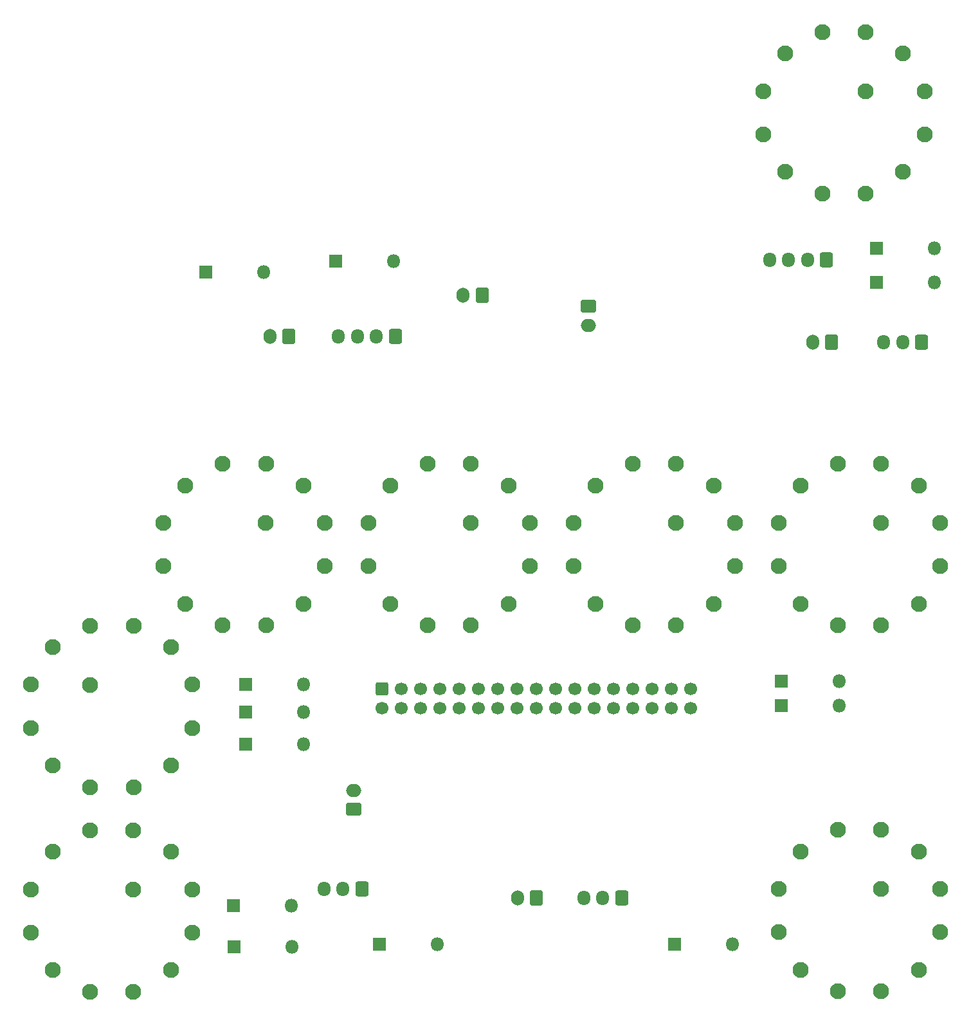
<source format=gbr>
%TF.GenerationSoftware,KiCad,Pcbnew,8.0.2-1*%
%TF.CreationDate,2024-08-11T12:42:30+10:00*%
%TF.ProjectId,UHF-ROTARIES,5548462d-524f-4544-9152-4945532e6b69,rev?*%
%TF.SameCoordinates,Original*%
%TF.FileFunction,Soldermask,Top*%
%TF.FilePolarity,Negative*%
%FSLAX46Y46*%
G04 Gerber Fmt 4.6, Leading zero omitted, Abs format (unit mm)*
G04 Created by KiCad (PCBNEW 8.0.2-1) date 2024-08-11 12:42:30*
%MOMM*%
%LPD*%
G01*
G04 APERTURE LIST*
G04 Aperture macros list*
%AMRoundRect*
0 Rectangle with rounded corners*
0 $1 Rounding radius*
0 $2 $3 $4 $5 $6 $7 $8 $9 X,Y pos of 4 corners*
0 Add a 4 corners polygon primitive as box body*
4,1,4,$2,$3,$4,$5,$6,$7,$8,$9,$2,$3,0*
0 Add four circle primitives for the rounded corners*
1,1,$1+$1,$2,$3*
1,1,$1+$1,$4,$5*
1,1,$1+$1,$6,$7*
1,1,$1+$1,$8,$9*
0 Add four rect primitives between the rounded corners*
20,1,$1+$1,$2,$3,$4,$5,0*
20,1,$1+$1,$4,$5,$6,$7,0*
20,1,$1+$1,$6,$7,$8,$9,0*
20,1,$1+$1,$8,$9,$2,$3,0*%
G04 Aperture macros list end*
%ADD10C,2.100000*%
%ADD11R,1.800000X1.800000*%
%ADD12O,1.800000X1.800000*%
%ADD13RoundRect,0.250000X0.600000X0.750000X-0.600000X0.750000X-0.600000X-0.750000X0.600000X-0.750000X0*%
%ADD14O,1.700000X2.000000*%
%ADD15RoundRect,0.250000X0.600000X0.725000X-0.600000X0.725000X-0.600000X-0.725000X0.600000X-0.725000X0*%
%ADD16O,1.700000X1.950000*%
%ADD17RoundRect,0.250000X-0.750000X0.600000X-0.750000X-0.600000X0.750000X-0.600000X0.750000X0.600000X0*%
%ADD18O,2.000000X1.700000*%
%ADD19RoundRect,0.250000X0.750000X-0.600000X0.750000X0.600000X-0.750000X0.600000X-0.750000X-0.600000X0*%
%ADD20RoundRect,0.250000X-0.600000X0.600000X-0.600000X-0.600000X0.600000X-0.600000X0.600000X0.600000X0*%
%ADD21C,1.700000*%
G04 APERTURE END LIST*
D10*
%TO.C,SW9*%
X107472000Y17778000D03*
X112403000Y14931000D03*
X115250000Y10000000D03*
X115250000Y4306000D03*
X112403000Y-625000D03*
X107472000Y-3472000D03*
X101778000Y-3472000D03*
X96847000Y-625000D03*
X94000000Y4306000D03*
X94000000Y10000000D03*
X96847000Y14931000D03*
X101778000Y17778000D03*
X107453000Y9981000D03*
%TD*%
%TO.C,J10*%
X134472000Y-30397000D03*
X139403000Y-33244000D03*
X142250000Y-38175000D03*
X142250000Y-43869000D03*
X139403000Y-48800000D03*
X134472000Y-51647000D03*
X128778000Y-51647000D03*
X123847000Y-48800000D03*
X121000000Y-43869000D03*
X121000000Y-38175000D03*
X123847000Y-33244000D03*
X128778000Y-30397000D03*
X134453000Y-38194000D03*
%TD*%
%TO.C,SW2*%
X80472000Y17778000D03*
X85403000Y14931000D03*
X88250000Y10000000D03*
X88250000Y4306000D03*
X85403000Y-625000D03*
X80472000Y-3472000D03*
X74778000Y-3472000D03*
X69847000Y-625000D03*
X67000000Y4306000D03*
X67000000Y10000000D03*
X69847000Y14931000D03*
X74778000Y17778000D03*
X80453000Y9981000D03*
%TD*%
%TO.C,J9*%
X36022000Y-30428000D03*
X40953000Y-33275000D03*
X43800000Y-38206000D03*
X43800000Y-43900000D03*
X40953000Y-48831000D03*
X36022000Y-51678000D03*
X30328000Y-51678000D03*
X25397000Y-48831000D03*
X22550000Y-43900000D03*
X22550000Y-38206000D03*
X25397000Y-33275000D03*
X30328000Y-30428000D03*
X36003000Y-38225000D03*
%TD*%
%TO.C,SW5*%
X22553000Y-11275000D03*
X25400000Y-6344000D03*
X30331000Y-3497000D03*
X36025000Y-3497000D03*
X40956000Y-6344000D03*
X43803000Y-11275000D03*
X43803000Y-16969000D03*
X40956000Y-21900000D03*
X36025000Y-24747000D03*
X30331000Y-24747000D03*
X25400000Y-21900000D03*
X22553000Y-16969000D03*
X30350000Y-11294000D03*
%TD*%
%TO.C,SW3*%
X134472000Y17778000D03*
X139403000Y14931000D03*
X142250000Y10000000D03*
X142250000Y4306000D03*
X139403000Y-625000D03*
X134472000Y-3472000D03*
X128778000Y-3472000D03*
X123847000Y-625000D03*
X121000000Y4306000D03*
X121000000Y10000000D03*
X123847000Y14931000D03*
X128778000Y17778000D03*
X134453000Y9981000D03*
%TD*%
%TO.C,SW1*%
X53472000Y17778000D03*
X58403000Y14931000D03*
X61250000Y10000000D03*
X61250000Y4306000D03*
X58403000Y-625000D03*
X53472000Y-3472000D03*
X47778000Y-3472000D03*
X42847000Y-625000D03*
X40000000Y4306000D03*
X40000000Y10000000D03*
X42847000Y14931000D03*
X47778000Y17778000D03*
X53453000Y9981000D03*
%TD*%
%TO.C,SW4*%
X132425000Y74647000D03*
X137356000Y71800000D03*
X140203000Y66869000D03*
X140203000Y61175000D03*
X137356000Y56244000D03*
X132425000Y53397000D03*
X126731000Y53397000D03*
X121800000Y56244000D03*
X118953000Y61175000D03*
X118953000Y66869000D03*
X121800000Y71800000D03*
X126731000Y74647000D03*
X132406000Y66850000D03*
%TD*%
D11*
%TO.C,D13*%
X62680000Y44450000D03*
D12*
X70300000Y44450000D03*
%TD*%
D13*
%TO.C,SW7*%
X127950000Y33825000D03*
D14*
X125450000Y33825000D03*
%TD*%
D11*
%TO.C,D6*%
X50790000Y-19150000D03*
D12*
X58410000Y-19150000D03*
%TD*%
D15*
%TO.C,RV1*%
X100300000Y-39350000D03*
D16*
X97800000Y-39350000D03*
X95300000Y-39350000D03*
%TD*%
D17*
%TO.C,J2*%
X95920000Y38520000D03*
D18*
X95920000Y36020000D03*
%TD*%
D11*
%TO.C,D4*%
X133880000Y41700000D03*
D12*
X141500000Y41700000D03*
%TD*%
D11*
%TO.C,D7*%
X50790000Y-14900000D03*
D12*
X58410000Y-14900000D03*
%TD*%
D11*
%TO.C,D9*%
X133880000Y46200000D03*
D12*
X141500000Y46200000D03*
%TD*%
D15*
%TO.C,J5*%
X127260000Y44680000D03*
D16*
X124760000Y44680000D03*
X122260000Y44680000D03*
X119760000Y44680000D03*
%TD*%
D11*
%TO.C,D12*%
X49230000Y-40400000D03*
D12*
X56850000Y-40400000D03*
%TD*%
D15*
%TO.C,SW8*%
X139790000Y33780000D03*
D16*
X137290000Y33780000D03*
X134790000Y33780000D03*
%TD*%
D13*
%TO.C,SW12*%
X81920000Y40030000D03*
D14*
X79420000Y40030000D03*
%TD*%
D15*
%TO.C,SW10*%
X66100000Y-38200000D03*
D16*
X63600000Y-38200000D03*
X61100000Y-38200000D03*
%TD*%
D13*
%TO.C,SW13*%
X89100000Y-39350000D03*
D14*
X86600000Y-39350000D03*
%TD*%
D15*
%TO.C,J3*%
X70500000Y34600000D03*
D16*
X68000000Y34600000D03*
X65500000Y34600000D03*
X63000000Y34600000D03*
%TD*%
D11*
%TO.C,D2*%
X107290000Y-45450000D03*
D12*
X114910000Y-45450000D03*
%TD*%
D19*
%TO.C,J4*%
X65030000Y-27685000D03*
D18*
X65030000Y-25185000D03*
%TD*%
D11*
%TO.C,D8*%
X121320000Y-14000000D03*
D12*
X128940000Y-14000000D03*
%TD*%
D11*
%TO.C,D1*%
X49240000Y-45750000D03*
D12*
X56860000Y-45750000D03*
%TD*%
D11*
%TO.C,D5*%
X50800000Y-11250000D03*
D12*
X58420000Y-11250000D03*
%TD*%
D11*
%TO.C,D10*%
X121320000Y-10800000D03*
D12*
X128940000Y-10800000D03*
%TD*%
D11*
%TO.C,D3*%
X45540000Y43050000D03*
D12*
X53160000Y43050000D03*
%TD*%
D11*
%TO.C,D11*%
X68390000Y-45400000D03*
D12*
X76010000Y-45400000D03*
%TD*%
D20*
%TO.C,J1*%
X68760000Y-11800000D03*
D21*
X68760000Y-14340000D03*
X71300000Y-11800000D03*
X71300000Y-14340000D03*
X73840000Y-11800000D03*
X73840000Y-14340000D03*
X76380000Y-11800000D03*
X76380000Y-14340000D03*
X78920000Y-11800000D03*
X78920000Y-14340000D03*
X81460000Y-11800000D03*
X81460000Y-14340000D03*
X84000000Y-11800000D03*
X84000000Y-14340000D03*
X86540000Y-11800000D03*
X86540000Y-14340000D03*
X89080000Y-11800000D03*
X89080000Y-14340000D03*
X91620000Y-11800000D03*
X91620000Y-14340000D03*
X94160000Y-11800000D03*
X94160000Y-14340000D03*
X96700000Y-11800000D03*
X96700000Y-14340000D03*
X99240000Y-11800000D03*
X99240000Y-14340000D03*
X101780000Y-11800000D03*
X101780000Y-14340000D03*
X104320000Y-11800000D03*
X104320000Y-14340000D03*
X106860000Y-11800000D03*
X106860000Y-14340000D03*
X109400000Y-11800000D03*
X109400000Y-14340000D03*
%TD*%
D13*
%TO.C,SW6*%
X56500000Y34600000D03*
D14*
X54000000Y34600000D03*
%TD*%
M02*

</source>
